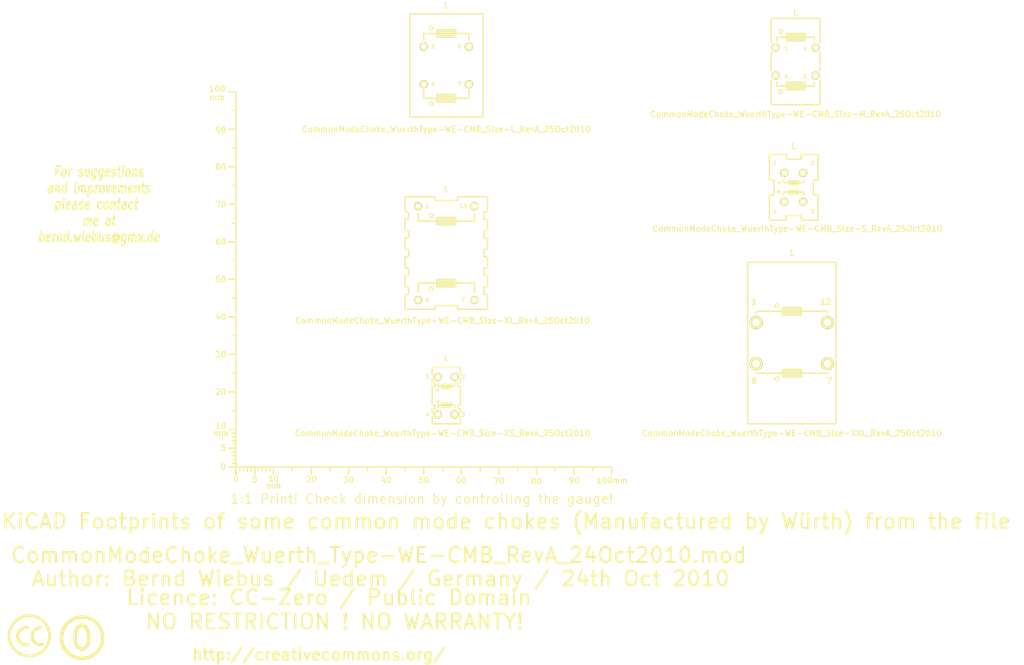
<source format=kicad_pcb>
(kicad_pcb (version 3) (host pcbnew "(2013-03-30 BZR 4007)-stable")

  (general
    (links 0)
    (no_connects 0)
    (area -16.90696 18.33214 285.62622 197.1694)
    (thickness 1.6002)
    (drawings 7)
    (tracks 0)
    (zones 0)
    (modules 9)
    (nets 1)
  )

  (page A4)
  (layers
    (15 Vorderseite signal)
    (0 Rückseite signal)
    (16 B.Adhes user)
    (17 F.Adhes user)
    (18 B.Paste user)
    (19 F.Paste user)
    (20 B.SilkS user)
    (21 F.SilkS user)
    (22 B.Mask user)
    (23 F.Mask user)
    (24 Dwgs.User user)
    (25 Cmts.User user)
    (26 Eco1.User user)
    (27 Eco2.User user)
    (28 Edge.Cuts user)
  )

  (setup
    (last_trace_width 0.2032)
    (trace_clearance 0.254)
    (zone_clearance 0.508)
    (zone_45_only no)
    (trace_min 0.2032)
    (segment_width 0.381)
    (edge_width 0.381)
    (via_size 0.889)
    (via_drill 0.635)
    (via_min_size 0.889)
    (via_min_drill 0.508)
    (uvia_size 0.508)
    (uvia_drill 0.127)
    (uvias_allowed no)
    (uvia_min_size 0.508)
    (uvia_min_drill 0.127)
    (pcb_text_width 0.3048)
    (pcb_text_size 1.524 2.032)
    (mod_edge_width 0.381)
    (mod_text_size 1.524 1.524)
    (mod_text_width 0.3048)
    (pad_size 1.524 1.524)
    (pad_drill 0.8128)
    (pad_to_mask_clearance 0.254)
    (aux_axis_origin 0 0)
    (visible_elements 7FFFFFFF)
    (pcbplotparams
      (layerselection 3178497)
      (usegerberextensions true)
      (excludeedgelayer true)
      (linewidth 60)
      (plotframeref false)
      (viasonmask false)
      (mode 1)
      (useauxorigin false)
      (hpglpennumber 1)
      (hpglpenspeed 20)
      (hpglpendiameter 15)
      (hpglpenoverlay 0)
      (psnegative false)
      (psa4output false)
      (plotreference true)
      (plotvalue true)
      (plotothertext true)
      (plotinvisibletext false)
      (padsonsilk false)
      (subtractmaskfromsilk false)
      (outputformat 1)
      (mirror false)
      (drillshape 1)
      (scaleselection 1)
      (outputdirectory ""))
  )

  (net 0 "")

  (net_class Default "Dies ist die voreingestellte Netzklasse."
    (clearance 0.254)
    (trace_width 0.2032)
    (via_dia 0.889)
    (via_drill 0.635)
    (uvia_dia 0.508)
    (uvia_drill 0.127)
    (add_net "")
  )

  (module Gauge_100mm_Type2_SilkScreenTop_RevA_Date22Jun2010 (layer Vorderseite) (tedit 4D963937) (tstamp 4D88F07A)
    (at 76 142.5)
    (descr "Gauge, Massstab, 100mm, SilkScreenTop, Type 2,")
    (tags "Gauge, Massstab, 100mm, SilkScreenTop, Type 2,")
    (path Gauge_100mm_Type2_SilkScreenTop_RevA_Date22Jun2010)
    (fp_text reference MSC (at 4.0005 8.99922) (layer F.SilkS) hide
      (effects (font (size 1.524 1.524) (thickness 0.3048)))
    )
    (fp_text value Gauge_100mm_Type2_SilkScreenTop_RevA_Date22Jun2010 (at 45.9994 8.99922) (layer F.SilkS) hide
      (effects (font (size 1.524 1.524) (thickness 0.3048)))
    )
    (fp_text user mm (at 9.99998 5.00126) (layer F.SilkS)
      (effects (font (size 1.524 1.524) (thickness 0.3048)))
    )
    (fp_text user mm (at -4.0005 -8.99922) (layer F.SilkS)
      (effects (font (size 1.524 1.524) (thickness 0.3048)))
    )
    (fp_text user mm (at -5.00126 -98.5012) (layer F.SilkS)
      (effects (font (size 1.524 1.524) (thickness 0.3048)))
    )
    (fp_text user 10 (at 10.00506 3.0988) (layer F.SilkS)
      (effects (font (size 1.50114 1.50114) (thickness 0.29972)))
    )
    (fp_text user 0 (at 0.00508 3.19786) (layer F.SilkS)
      (effects (font (size 1.39954 1.50114) (thickness 0.29972)))
    )
    (fp_text user 5 (at 5.0038 3.29946) (layer F.SilkS)
      (effects (font (size 1.50114 1.50114) (thickness 0.29972)))
    )
    (fp_text user 20 (at 20.1041 3.29946) (layer F.SilkS)
      (effects (font (size 1.50114 1.50114) (thickness 0.29972)))
    )
    (fp_text user 30 (at 30.00502 3.39852) (layer F.SilkS)
      (effects (font (size 1.50114 1.50114) (thickness 0.29972)))
    )
    (fp_text user 40 (at 40.005 3.50012) (layer F.SilkS)
      (effects (font (size 1.50114 1.50114) (thickness 0.29972)))
    )
    (fp_text user 50 (at 50.00498 3.50012) (layer F.SilkS)
      (effects (font (size 1.50114 1.50114) (thickness 0.29972)))
    )
    (fp_text user 60 (at 60.00496 3.50012) (layer F.SilkS)
      (effects (font (size 1.50114 1.50114) (thickness 0.29972)))
    )
    (fp_text user 70 (at 70.00494 3.70078) (layer F.SilkS)
      (effects (font (size 1.50114 1.50114) (thickness 0.29972)))
    )
    (fp_text user 80 (at 80.00492 3.79984) (layer F.SilkS)
      (effects (font (size 1.50114 1.50114) (thickness 0.29972)))
    )
    (fp_text user 90 (at 90.1065 3.60172) (layer F.SilkS)
      (effects (font (size 1.50114 1.50114) (thickness 0.29972)))
    )
    (fp_text user 100mm (at 100.10648 3.60172) (layer F.SilkS)
      (effects (font (size 1.50114 1.50114) (thickness 0.29972)))
    )
    (fp_line (start 0 -8.99922) (end -1.00076 -8.99922) (layer F.SilkS) (width 0.381))
    (fp_line (start 0 -8.001) (end -1.00076 -8.001) (layer F.SilkS) (width 0.381))
    (fp_line (start 0 -7.00024) (end -1.00076 -7.00024) (layer F.SilkS) (width 0.381))
    (fp_line (start 0 -5.99948) (end -1.00076 -5.99948) (layer F.SilkS) (width 0.381))
    (fp_line (start 0 -4.0005) (end -1.00076 -4.0005) (layer F.SilkS) (width 0.381))
    (fp_line (start 0 -2.99974) (end -1.00076 -2.99974) (layer F.SilkS) (width 0.381))
    (fp_line (start 0 -1.99898) (end -1.00076 -1.99898) (layer F.SilkS) (width 0.381))
    (fp_line (start 0 -1.00076) (end -1.00076 -1.00076) (layer F.SilkS) (width 0.381))
    (fp_line (start 0 0) (end -1.99898 0) (layer F.SilkS) (width 0.381))
    (fp_line (start 0 -5.00126) (end -1.99898 -5.00126) (layer F.SilkS) (width 0.381))
    (fp_line (start 0 -9.99998) (end -1.99898 -9.99998) (layer F.SilkS) (width 0.381))
    (fp_line (start 0 -15.00124) (end -1.00076 -15.00124) (layer F.SilkS) (width 0.381))
    (fp_line (start 0 -19.99996) (end -1.99898 -19.99996) (layer F.SilkS) (width 0.381))
    (fp_line (start 0 -25.00122) (end -1.00076 -25.00122) (layer F.SilkS) (width 0.381))
    (fp_line (start 0 -29.99994) (end -1.99898 -29.99994) (layer F.SilkS) (width 0.381))
    (fp_line (start 0 -35.0012) (end -1.00076 -35.0012) (layer F.SilkS) (width 0.381))
    (fp_line (start 0 -39.99992) (end -1.99898 -39.99992) (layer F.SilkS) (width 0.381))
    (fp_line (start 0 -45.00118) (end -1.00076 -45.00118) (layer F.SilkS) (width 0.381))
    (fp_line (start 0 -49.9999) (end -1.99898 -49.9999) (layer F.SilkS) (width 0.381))
    (fp_line (start 0 -55.00116) (end -1.00076 -55.00116) (layer F.SilkS) (width 0.381))
    (fp_line (start 0 -59.99988) (end -1.99898 -59.99988) (layer F.SilkS) (width 0.381))
    (fp_line (start 0 -65.00114) (end -1.00076 -65.00114) (layer F.SilkS) (width 0.381))
    (fp_line (start 0 -69.99986) (end -1.99898 -69.99986) (layer F.SilkS) (width 0.381))
    (fp_line (start 0 -75.00112) (end -1.00076 -75.00112) (layer F.SilkS) (width 0.381))
    (fp_line (start 0 -79.99984) (end -1.99898 -79.99984) (layer F.SilkS) (width 0.381))
    (fp_line (start 0 -85.0011) (end -1.00076 -85.0011) (layer F.SilkS) (width 0.381))
    (fp_line (start 0 -89.99982) (end -1.99898 -89.99982) (layer F.SilkS) (width 0.381))
    (fp_line (start 0 -95.00108) (end -1.00076 -95.00108) (layer F.SilkS) (width 0.381))
    (fp_line (start 0 0) (end 0 -99.9998) (layer F.SilkS) (width 0.381))
    (fp_line (start 0 -99.9998) (end -1.99898 -99.9998) (layer F.SilkS) (width 0.381))
    (fp_text user 100 (at -4.99872 -100.7491) (layer F.SilkS)
      (effects (font (size 1.50114 1.50114) (thickness 0.29972)))
    )
    (fp_text user 90 (at -4.0005 -89.7509) (layer F.SilkS)
      (effects (font (size 1.50114 1.50114) (thickness 0.29972)))
    )
    (fp_text user 80 (at -4.0005 -79.99984) (layer F.SilkS)
      (effects (font (size 1.50114 1.50114) (thickness 0.29972)))
    )
    (fp_text user 70 (at -4.0005 -69.99986) (layer F.SilkS)
      (effects (font (size 1.50114 1.50114) (thickness 0.29972)))
    )
    (fp_text user 60 (at -4.0005 -59.99988) (layer F.SilkS)
      (effects (font (size 1.50114 1.50114) (thickness 0.29972)))
    )
    (fp_text user 50 (at -4.0005 -49.9999) (layer F.SilkS)
      (effects (font (size 1.50114 1.50114) (thickness 0.34036)))
    )
    (fp_text user 40 (at -4.0005 -39.99992) (layer F.SilkS)
      (effects (font (size 1.50114 1.50114) (thickness 0.29972)))
    )
    (fp_text user 30 (at -4.0005 -29.99994) (layer F.SilkS)
      (effects (font (size 1.50114 1.50114) (thickness 0.29972)))
    )
    (fp_text user 20 (at -4.0005 -19.99996) (layer F.SilkS)
      (effects (font (size 1.50114 1.50114) (thickness 0.29972)))
    )
    (fp_line (start 95.00108 0) (end 95.00108 1.00076) (layer F.SilkS) (width 0.381))
    (fp_line (start 89.99982 0) (end 89.99982 1.99898) (layer F.SilkS) (width 0.381))
    (fp_line (start 85.0011 0) (end 85.0011 1.00076) (layer F.SilkS) (width 0.381))
    (fp_line (start 79.99984 0) (end 79.99984 1.99898) (layer F.SilkS) (width 0.381))
    (fp_line (start 75.00112 0) (end 75.00112 1.00076) (layer F.SilkS) (width 0.381))
    (fp_line (start 69.99986 0) (end 69.99986 1.99898) (layer F.SilkS) (width 0.381))
    (fp_line (start 65.00114 0) (end 65.00114 1.00076) (layer F.SilkS) (width 0.381))
    (fp_line (start 59.99988 0) (end 59.99988 1.99898) (layer F.SilkS) (width 0.381))
    (fp_line (start 55.00116 0) (end 55.00116 1.00076) (layer F.SilkS) (width 0.381))
    (fp_line (start 49.9999 0) (end 49.9999 1.99898) (layer F.SilkS) (width 0.381))
    (fp_line (start 45.00118 0) (end 45.00118 1.00076) (layer F.SilkS) (width 0.381))
    (fp_line (start 39.99992 0) (end 39.99992 1.99898) (layer F.SilkS) (width 0.381))
    (fp_line (start 35.0012 0) (end 35.0012 1.00076) (layer F.SilkS) (width 0.381))
    (fp_line (start 29.99994 0) (end 29.99994 1.99898) (layer F.SilkS) (width 0.381))
    (fp_line (start 25.00122 0) (end 25.00122 1.00076) (layer F.SilkS) (width 0.381))
    (fp_line (start 19.99996 0) (end 19.99996 1.99898) (layer F.SilkS) (width 0.381))
    (fp_line (start 15.00124 0) (end 15.00124 1.00076) (layer F.SilkS) (width 0.381))
    (fp_line (start 9.99998 0) (end 99.9998 0) (layer F.SilkS) (width 0.381))
    (fp_line (start 99.9998 0) (end 99.9998 1.99898) (layer F.SilkS) (width 0.381))
    (fp_text user 5 (at -3.302 -5.10286) (layer F.SilkS)
      (effects (font (size 1.50114 1.50114) (thickness 0.29972)))
    )
    (fp_text user 0 (at -3.4036 -0.10414) (layer F.SilkS)
      (effects (font (size 1.50114 1.50114) (thickness 0.29972)))
    )
    (fp_text user 10 (at -4.0005 -11.00074) (layer F.SilkS)
      (effects (font (size 1.50114 1.50114) (thickness 0.29972)))
    )
    (fp_line (start 8.99922 0) (end 8.99922 1.00076) (layer F.SilkS) (width 0.381))
    (fp_line (start 8.001 0) (end 8.001 1.00076) (layer F.SilkS) (width 0.381))
    (fp_line (start 7.00024 0) (end 7.00024 1.00076) (layer F.SilkS) (width 0.381))
    (fp_line (start 5.99948 0) (end 5.99948 1.00076) (layer F.SilkS) (width 0.381))
    (fp_line (start 4.0005 0) (end 4.0005 1.00076) (layer F.SilkS) (width 0.381))
    (fp_line (start 2.99974 0) (end 2.99974 1.00076) (layer F.SilkS) (width 0.381))
    (fp_line (start 1.99898 0) (end 1.99898 1.00076) (layer F.SilkS) (width 0.381))
    (fp_line (start 1.00076 0) (end 1.00076 1.00076) (layer F.SilkS) (width 0.381))
    (fp_line (start 5.00126 0) (end 5.00126 1.99898) (layer F.SilkS) (width 0.381))
    (fp_line (start 0 0) (end 0 1.99898) (layer F.SilkS) (width 0.381))
    (fp_line (start 0 0) (end 9.99998 0) (layer F.SilkS) (width 0.381))
    (fp_line (start 9.99998 0) (end 9.99998 1.99898) (layer F.SilkS) (width 0.381))
  )

  (module Symbol_CC-PublicDomain_SilkScreenTop_Big (layer Vorderseite) (tedit 515D641F) (tstamp 515F0B64)
    (at 35 188)
    (descr "Symbol, CC-PublicDomain, SilkScreen Top, Big,")
    (tags "Symbol, CC-PublicDomain, SilkScreen Top, Big,")
    (path Symbol_CC-Noncommercial_CopperTop_Big)
    (fp_text reference Sym (at 0.59944 -7.29996) (layer F.SilkS) hide
      (effects (font (size 1.524 1.524) (thickness 0.3048)))
    )
    (fp_text value Symbol_CC-PublicDomain_SilkScreenTop_Big (at 0.59944 8.001) (layer F.SilkS) hide
      (effects (font (size 1.524 1.524) (thickness 0.3048)))
    )
    (fp_circle (center 0 0) (end 5.8 -0.05) (layer F.SilkS) (width 0.381))
    (fp_circle (center 0 0) (end 5.5 0) (layer F.SilkS) (width 0.381))
    (fp_circle (center 0.05 0) (end 5.25 0) (layer F.SilkS) (width 0.381))
    (fp_line (start 1.1 -2.5) (end 1.4 -1.9) (layer F.SilkS) (width 0.381))
    (fp_line (start -1.8 1.2) (end -1.6 1.9) (layer F.SilkS) (width 0.381))
    (fp_line (start -1.6 1.9) (end -1.2 2.5) (layer F.SilkS) (width 0.381))
    (fp_line (start 0 -3) (end 0.75 -2.75) (layer F.SilkS) (width 0.381))
    (fp_line (start 0.75 -2.75) (end 1 -2.25) (layer F.SilkS) (width 0.381))
    (fp_line (start 1 -2.25) (end 1.5 -1) (layer F.SilkS) (width 0.381))
    (fp_line (start 1.5 -1) (end 1.5 -0.5) (layer F.SilkS) (width 0.381))
    (fp_line (start 1.5 -0.5) (end 1.5 0.5) (layer F.SilkS) (width 0.381))
    (fp_line (start 1.5 0.5) (end 1.25 1.5) (layer F.SilkS) (width 0.381))
    (fp_line (start 1.25 1.5) (end 0.75 2.5) (layer F.SilkS) (width 0.381))
    (fp_line (start 0.75 2.5) (end 0.25 2.75) (layer F.SilkS) (width 0.381))
    (fp_line (start 0.25 2.75) (end -0.25 2.75) (layer F.SilkS) (width 0.381))
    (fp_line (start -0.25 2.75) (end -0.75 2.5) (layer F.SilkS) (width 0.381))
    (fp_line (start -0.75 2.5) (end -1.25 1.75) (layer F.SilkS) (width 0.381))
    (fp_line (start -1.25 1.75) (end -1.5 0.75) (layer F.SilkS) (width 0.381))
    (fp_line (start -1.5 0.75) (end -1.5 -0.75) (layer F.SilkS) (width 0.381))
    (fp_line (start -1.5 -0.75) (end -1.25 -1.75) (layer F.SilkS) (width 0.381))
    (fp_line (start -1.25 -1.75) (end -1 -2.5) (layer F.SilkS) (width 0.381))
    (fp_line (start -1 -2.5) (end -0.3 -2.9) (layer F.SilkS) (width 0.381))
    (fp_line (start -0.3 -2.9) (end 0.2 -3) (layer F.SilkS) (width 0.381))
    (fp_line (start 0.2 -3) (end 0.8 -3) (layer F.SilkS) (width 0.381))
    (fp_line (start 0.8 -3) (end 1.4 -2.3) (layer F.SilkS) (width 0.381))
    (fp_line (start 1.4 -2.3) (end 1.6 -1.4) (layer F.SilkS) (width 0.381))
    (fp_line (start 1.6 -1.4) (end 1.7 -0.3) (layer F.SilkS) (width 0.381))
    (fp_line (start 1.7 -0.3) (end 1.7 0.9) (layer F.SilkS) (width 0.381))
    (fp_line (start 1.7 0.9) (end 1.4 1.8) (layer F.SilkS) (width 0.381))
    (fp_line (start 1.4 1.8) (end 1 2.7) (layer F.SilkS) (width 0.381))
    (fp_line (start 1 2.7) (end 0.5 3) (layer F.SilkS) (width 0.381))
    (fp_line (start 0.5 3) (end -0.4 3) (layer F.SilkS) (width 0.381))
    (fp_line (start -0.4 3) (end -1.3 2.3) (layer F.SilkS) (width 0.381))
    (fp_line (start -1.3 2.3) (end -1.7 1) (layer F.SilkS) (width 0.381))
    (fp_line (start -1.7 1) (end -1.8 -0.7) (layer F.SilkS) (width 0.381))
    (fp_line (start -1.8 -0.7) (end -1.4 -2.2) (layer F.SilkS) (width 0.381))
    (fp_line (start -1.4 -2.2) (end -1 -2.9) (layer F.SilkS) (width 0.381))
    (fp_line (start -1 -2.9) (end -0.2 -3.3) (layer F.SilkS) (width 0.381))
    (fp_line (start -0.2 -3.3) (end 0.7 -3.2) (layer F.SilkS) (width 0.381))
    (fp_line (start 0.7 -3.2) (end 1.3 -3.1) (layer F.SilkS) (width 0.381))
    (fp_line (start 1.3 -3.1) (end 1.7 -2.4) (layer F.SilkS) (width 0.381))
    (fp_line (start 1.7 -2.4) (end 2 -1.6) (layer F.SilkS) (width 0.381))
    (fp_line (start 2 -1.6) (end 2.1 -0.6) (layer F.SilkS) (width 0.381))
    (fp_line (start 2.1 -0.6) (end 2.1 0.3) (layer F.SilkS) (width 0.381))
    (fp_line (start 2.1 0.3) (end 2.1 1.3) (layer F.SilkS) (width 0.381))
    (fp_line (start 2.1 1.3) (end 1.9 1.8) (layer F.SilkS) (width 0.381))
    (fp_line (start 1.9 1.8) (end 1.5 2.6) (layer F.SilkS) (width 0.381))
    (fp_line (start 1.5 2.6) (end 1.1 3) (layer F.SilkS) (width 0.381))
    (fp_line (start 1.1 3) (end 0.4 3.3) (layer F.SilkS) (width 0.381))
    (fp_line (start 0.4 3.3) (end -0.1 3.4) (layer F.SilkS) (width 0.381))
    (fp_line (start -0.1 3.4) (end -0.8 3.2) (layer F.SilkS) (width 0.381))
    (fp_line (start -0.8 3.2) (end -1.5 2.6) (layer F.SilkS) (width 0.381))
    (fp_line (start -1.5 2.6) (end -1.9 1.7) (layer F.SilkS) (width 0.381))
    (fp_line (start -1.9 1.7) (end -2.1 0.4) (layer F.SilkS) (width 0.381))
    (fp_line (start -2.1 0.4) (end -2.1 -0.6) (layer F.SilkS) (width 0.381))
    (fp_line (start -2.1 -0.6) (end -2 -1.6) (layer F.SilkS) (width 0.381))
    (fp_line (start -2 -1.6) (end -1.7 -2.4) (layer F.SilkS) (width 0.381))
    (fp_line (start -1.7 -2.4) (end -1.2 -3.1) (layer F.SilkS) (width 0.381))
    (fp_line (start -1.2 -3.1) (end -0.4 -3.6) (layer F.SilkS) (width 0.381))
    (fp_line (start -0.4 -3.6) (end 0.4 -3.6) (layer F.SilkS) (width 0.381))
    (fp_line (start 0.4 -3.6) (end 1.1 -3.2) (layer F.SilkS) (width 0.381))
    (fp_line (start 1.1 -3.2) (end 1.1 -2.9) (layer F.SilkS) (width 0.381))
    (fp_line (start 1.1 -2.9) (end 1.8 -1.5) (layer F.SilkS) (width 0.381))
    (fp_line (start 1.8 -1.5) (end 1.8 -0.4) (layer F.SilkS) (width 0.381))
    (fp_line (start 1.8 -0.4) (end 1.8 1.1) (layer F.SilkS) (width 0.381))
    (fp_line (start 1.8 1.1) (end 1.2 2.6) (layer F.SilkS) (width 0.381))
    (fp_line (start 1.2 2.6) (end 0.2 3.2) (layer F.SilkS) (width 0.381))
    (fp_line (start 0.2 3.2) (end -0.5 3.2) (layer F.SilkS) (width 0.381))
    (fp_line (start -0.5 3.2) (end -1.1 2.7) (layer F.SilkS) (width 0.381))
    (fp_line (start -1.1 2.7) (end -1.9 0.6) (layer F.SilkS) (width 0.381))
    (fp_line (start -1.9 0.6) (end -1.7 -1.9) (layer F.SilkS) (width 0.381))
  )

  (module Symbol_CreativeCommons_SilkScreenTop_Type2_Big (layer Vorderseite) (tedit 515D640C) (tstamp 515F46B2)
    (at 21 187.5)
    (descr "Symbol, Creative Commons, SilkScreen Top, Type 2, Big,")
    (tags "Symbol, Creative Commons, SilkScreen Top, Type 2, Big,")
    (path Symbol_CreativeCommons_CopperTop_Type2_Big)
    (fp_text reference Sym (at 0.59944 -7.29996) (layer F.SilkS) hide
      (effects (font (size 1.524 1.524) (thickness 0.3048)))
    )
    (fp_text value Symbol_CreativeCommons_Typ2_SilkScreenTop_Big (at 0.59944 8.001) (layer F.SilkS) hide
      (effects (font (size 1.524 1.524) (thickness 0.3048)))
    )
    (fp_line (start -0.70104 2.70002) (end -0.29972 2.60096) (layer F.SilkS) (width 0.381))
    (fp_line (start -0.29972 2.60096) (end -0.20066 2.10058) (layer F.SilkS) (width 0.381))
    (fp_line (start -2.49936 -1.69926) (end -2.70002 -1.6002) (layer F.SilkS) (width 0.381))
    (fp_line (start -2.70002 -1.6002) (end -3.0988 -1.00076) (layer F.SilkS) (width 0.381))
    (fp_line (start -3.0988 -1.00076) (end -3.29946 -0.50038) (layer F.SilkS) (width 0.381))
    (fp_line (start -3.29946 -0.50038) (end -3.40106 0.39878) (layer F.SilkS) (width 0.381))
    (fp_line (start -3.40106 0.39878) (end -3.29946 0.89916) (layer F.SilkS) (width 0.381))
    (fp_line (start -0.19812 2.4003) (end -0.29718 2.59842) (layer F.SilkS) (width 0.381))
    (fp_line (start 3.70078 2.10058) (end 3.79984 2.4003) (layer F.SilkS) (width 0.381))
    (fp_line (start 2.99974 -2.4003) (end 3.29946 -2.30124) (layer F.SilkS) (width 0.381))
    (fp_line (start 3.29946 -2.30124) (end 3.0988 -1.99898) (layer F.SilkS) (width 0.381))
    (fp_line (start 0 -5.40004) (end -0.50038 -5.40004) (layer F.SilkS) (width 0.381))
    (fp_line (start -0.50038 -5.40004) (end -1.30048 -5.10032) (layer F.SilkS) (width 0.381))
    (fp_line (start -1.30048 -5.10032) (end -1.99898 -4.89966) (layer F.SilkS) (width 0.381))
    (fp_line (start -1.99898 -4.89966) (end -2.70002 -4.699) (layer F.SilkS) (width 0.381))
    (fp_line (start -2.70002 -4.699) (end -3.29946 -4.20116) (layer F.SilkS) (width 0.381))
    (fp_line (start -3.29946 -4.20116) (end -4.0005 -3.59918) (layer F.SilkS) (width 0.381))
    (fp_line (start -4.0005 -3.59918) (end -4.50088 -2.99974) (layer F.SilkS) (width 0.381))
    (fp_line (start -4.50088 -2.99974) (end -5.00126 -2.10058) (layer F.SilkS) (width 0.381))
    (fp_line (start -5.00126 -2.10058) (end -5.30098 -1.09982) (layer F.SilkS) (width 0.381))
    (fp_line (start -5.30098 -1.09982) (end -5.40004 0.09906) (layer F.SilkS) (width 0.381))
    (fp_line (start -5.40004 0.09906) (end -5.19938 1.30048) (layer F.SilkS) (width 0.381))
    (fp_line (start -5.19938 1.30048) (end -4.8006 2.4003) (layer F.SilkS) (width 0.381))
    (fp_line (start -4.8006 2.4003) (end -3.79984 3.8989) (layer F.SilkS) (width 0.381))
    (fp_line (start -3.79984 3.8989) (end -2.60096 4.8006) (layer F.SilkS) (width 0.381))
    (fp_line (start -2.60096 4.8006) (end -1.30048 5.30098) (layer F.SilkS) (width 0.381))
    (fp_line (start -1.30048 5.30098) (end 0.09906 5.30098) (layer F.SilkS) (width 0.381))
    (fp_line (start 0.09906 5.30098) (end 1.6002 5.19938) (layer F.SilkS) (width 0.381))
    (fp_line (start 1.6002 5.19938) (end 2.60096 4.699) (layer F.SilkS) (width 0.381))
    (fp_line (start 2.60096 4.699) (end 4.20116 3.40106) (layer F.SilkS) (width 0.381))
    (fp_line (start 4.20116 3.40106) (end 5.00126 1.80086) (layer F.SilkS) (width 0.381))
    (fp_line (start 5.00126 1.80086) (end 5.40004 0.29972) (layer F.SilkS) (width 0.381))
    (fp_line (start 5.40004 0.29972) (end 5.19938 -1.39954) (layer F.SilkS) (width 0.381))
    (fp_line (start 5.19938 -1.39954) (end 4.699 -2.49936) (layer F.SilkS) (width 0.381))
    (fp_line (start 4.699 -2.49936) (end 3.40106 -4.09956) (layer F.SilkS) (width 0.381))
    (fp_line (start 3.40106 -4.09956) (end 2.4003 -4.8006) (layer F.SilkS) (width 0.381))
    (fp_line (start 2.4003 -4.8006) (end 1.39954 -5.19938) (layer F.SilkS) (width 0.381))
    (fp_line (start 1.39954 -5.19938) (end 0 -5.30098) (layer F.SilkS) (width 0.381))
    (fp_line (start 0.60198 -0.70104) (end 0.50292 -0.20066) (layer F.SilkS) (width 0.381))
    (fp_line (start 0.50292 -0.20066) (end 0.50292 0.49784) (layer F.SilkS) (width 0.381))
    (fp_line (start 0.50292 0.49784) (end 0.60198 1.09982) (layer F.SilkS) (width 0.381))
    (fp_line (start 0.60198 1.09982) (end 1.00076 1.69926) (layer F.SilkS) (width 0.381))
    (fp_line (start 1.00076 1.69926) (end 1.50114 2.19964) (layer F.SilkS) (width 0.381))
    (fp_line (start 1.50114 2.19964) (end 2.10058 2.49936) (layer F.SilkS) (width 0.381))
    (fp_line (start 2.10058 2.49936) (end 2.60096 2.59842) (layer F.SilkS) (width 0.381))
    (fp_line (start 2.60096 2.59842) (end 3.00228 2.59842) (layer F.SilkS) (width 0.381))
    (fp_line (start 3.00228 2.59842) (end 3.40106 2.59842) (layer F.SilkS) (width 0.381))
    (fp_line (start 3.40106 2.59842) (end 3.80238 2.49936) (layer F.SilkS) (width 0.381))
    (fp_line (start 3.80238 2.49936) (end 3.70078 2.2987) (layer F.SilkS) (width 0.381))
    (fp_line (start 3.70078 2.2987) (end 2.80162 2.4003) (layer F.SilkS) (width 0.381))
    (fp_line (start 2.80162 2.4003) (end 1.80086 2.09804) (layer F.SilkS) (width 0.381))
    (fp_line (start 1.80086 2.09804) (end 1.20142 1.6002) (layer F.SilkS) (width 0.381))
    (fp_line (start 1.20142 1.6002) (end 0.80264 0.6985) (layer F.SilkS) (width 0.381))
    (fp_line (start 0.80264 0.6985) (end 0.70104 -0.29972) (layer F.SilkS) (width 0.381))
    (fp_line (start 0.70104 -0.29972) (end 1.00076 -1.00076) (layer F.SilkS) (width 0.381))
    (fp_line (start 1.00076 -1.00076) (end 1.60274 -1.7018) (layer F.SilkS) (width 0.381))
    (fp_line (start 1.60274 -1.7018) (end 2.30124 -2.10058) (layer F.SilkS) (width 0.381))
    (fp_line (start 2.30124 -2.10058) (end 3.00228 -2.10058) (layer F.SilkS) (width 0.381))
    (fp_line (start 3.00228 -2.10058) (end 3.10134 -1.89992) (layer F.SilkS) (width 0.381))
    (fp_line (start 3.10134 -1.89992) (end 2.5019 -1.89992) (layer F.SilkS) (width 0.381))
    (fp_line (start 2.5019 -1.89992) (end 1.80086 -1.6002) (layer F.SilkS) (width 0.381))
    (fp_line (start 1.80086 -1.6002) (end 1.30048 -1.00076) (layer F.SilkS) (width 0.381))
    (fp_line (start 1.30048 -1.00076) (end 1.00076 -0.40132) (layer F.SilkS) (width 0.381))
    (fp_line (start 1.00076 -0.40132) (end 1.00076 0.09906) (layer F.SilkS) (width 0.381))
    (fp_line (start 1.00076 0.09906) (end 1.00076 0.6985) (layer F.SilkS) (width 0.381))
    (fp_line (start 1.00076 0.6985) (end 1.30048 1.19888) (layer F.SilkS) (width 0.381))
    (fp_line (start 1.30048 1.19888) (end 1.7018 1.69926) (layer F.SilkS) (width 0.381))
    (fp_line (start 1.7018 1.69926) (end 2.30124 1.99898) (layer F.SilkS) (width 0.381))
    (fp_line (start 2.30124 1.99898) (end 2.90068 2.09804) (layer F.SilkS) (width 0.381))
    (fp_line (start 2.90068 2.09804) (end 3.40106 2.09804) (layer F.SilkS) (width 0.381))
    (fp_line (start 3.40106 2.09804) (end 3.70078 1.99898) (layer F.SilkS) (width 0.381))
    (fp_line (start 3.00228 -2.4003) (end 2.40284 -2.4003) (layer F.SilkS) (width 0.381))
    (fp_line (start 2.40284 -2.4003) (end 2.00152 -2.20218) (layer F.SilkS) (width 0.381))
    (fp_line (start 2.00152 -2.20218) (end 1.50114 -2.00152) (layer F.SilkS) (width 0.381))
    (fp_line (start 1.50114 -2.00152) (end 1.10236 -1.6002) (layer F.SilkS) (width 0.381))
    (fp_line (start 1.10236 -1.6002) (end 0.80264 -1.09982) (layer F.SilkS) (width 0.381))
    (fp_line (start 0.80264 -1.09982) (end 0.60198 -0.70104) (layer F.SilkS) (width 0.381))
    (fp_line (start -0.39878 -1.99898) (end -0.89916 -1.99898) (layer F.SilkS) (width 0.381))
    (fp_line (start -0.89916 -1.99898) (end -1.39954 -1.89738) (layer F.SilkS) (width 0.381))
    (fp_line (start -1.39954 -1.89738) (end -1.89992 -1.59766) (layer F.SilkS) (width 0.381))
    (fp_line (start -1.89992 -1.59766) (end -2.4003 -1.19888) (layer F.SilkS) (width 0.381))
    (fp_line (start -2.4003 -1.30048) (end -2.70002 -0.8001) (layer F.SilkS) (width 0.381))
    (fp_line (start -2.70002 -0.8001) (end -2.79908 -0.29972) (layer F.SilkS) (width 0.381))
    (fp_line (start -2.79908 -0.29972) (end -2.79908 0.20066) (layer F.SilkS) (width 0.381))
    (fp_line (start -2.79908 0.20066) (end -2.59842 1.00076) (layer F.SilkS) (width 0.381))
    (fp_line (start -2.69748 1.00076) (end -2.39776 1.39954) (layer F.SilkS) (width 0.381))
    (fp_line (start -2.29616 1.4986) (end -1.79578 1.89992) (layer F.SilkS) (width 0.381))
    (fp_line (start -1.79578 1.89992) (end -1.29794 2.09804) (layer F.SilkS) (width 0.381))
    (fp_line (start -1.29794 2.09804) (end -0.89662 2.19964) (layer F.SilkS) (width 0.381))
    (fp_line (start -0.89662 2.19964) (end -0.49784 2.19964) (layer F.SilkS) (width 0.381))
    (fp_line (start -0.49784 2.19964) (end -0.19812 2.09804) (layer F.SilkS) (width 0.381))
    (fp_line (start -0.19812 2.09804) (end -0.29718 2.4003) (layer F.SilkS) (width 0.381))
    (fp_line (start -0.29718 2.4003) (end -0.89662 2.49936) (layer F.SilkS) (width 0.381))
    (fp_line (start -0.89662 2.49936) (end -1.59766 2.2987) (layer F.SilkS) (width 0.381))
    (fp_line (start -1.59766 2.2987) (end -2.29616 1.79832) (layer F.SilkS) (width 0.381))
    (fp_line (start -2.29616 1.79832) (end -2.79654 1.29794) (layer F.SilkS) (width 0.381))
    (fp_line (start -2.79908 1.39954) (end -2.99974 0.70104) (layer F.SilkS) (width 0.381))
    (fp_line (start -2.99974 0.70104) (end -3.0988 0) (layer F.SilkS) (width 0.381))
    (fp_line (start -3.0988 0) (end -2.99974 -0.59944) (layer F.SilkS) (width 0.381))
    (fp_line (start -2.99974 -0.8001) (end -2.70002 -1.30048) (layer F.SilkS) (width 0.381))
    (fp_line (start -2.70002 -1.09982) (end -2.19964 -1.6002) (layer F.SilkS) (width 0.381))
    (fp_line (start -2.19964 -1.69926) (end -1.69926 -1.99898) (layer F.SilkS) (width 0.381))
    (fp_line (start -1.69926 -1.99898) (end -1.19888 -2.19964) (layer F.SilkS) (width 0.381))
    (fp_line (start -1.19888 -2.19964) (end -0.6985 -2.19964) (layer F.SilkS) (width 0.381))
    (fp_line (start -0.6985 -2.19964) (end -0.29972 -2.19964) (layer F.SilkS) (width 0.381))
    (fp_line (start -0.29972 -2.19964) (end -0.20066 -2.39776) (layer F.SilkS) (width 0.381))
    (fp_line (start -0.20066 -2.39776) (end -0.59944 -2.49936) (layer F.SilkS) (width 0.381))
    (fp_line (start -0.59944 -2.49936) (end -1.00076 -2.49936) (layer F.SilkS) (width 0.381))
    (fp_line (start -1.00076 -2.49936) (end -1.4986 -2.39776) (layer F.SilkS) (width 0.381))
    (fp_line (start -1.4986 -2.39776) (end -2.10058 -2.09804) (layer F.SilkS) (width 0.381))
    (fp_line (start -2.10058 -2.09804) (end -2.59842 -1.69926) (layer F.SilkS) (width 0.381))
    (fp_line (start -2.59842 -1.6002) (end -3.0988 -0.89916) (layer F.SilkS) (width 0.381))
    (fp_line (start -3.0988 -0.89916) (end -3.29946 -0.29972) (layer F.SilkS) (width 0.381))
    (fp_line (start -3.29946 -0.29972) (end -3.29946 0.40132) (layer F.SilkS) (width 0.381))
    (fp_line (start -3.29946 0.40132) (end -3.2004 1.00076) (layer F.SilkS) (width 0.381))
    (fp_line (start -3.29946 0.8001) (end -2.99974 1.39954) (layer F.SilkS) (width 0.381))
    (fp_line (start -2.89814 1.4986) (end -2.49682 1.99898) (layer F.SilkS) (width 0.381))
    (fp_line (start -2.49682 1.99898) (end -1.89738 2.4003) (layer F.SilkS) (width 0.381))
    (fp_line (start -1.89738 2.4003) (end -1.19634 2.59842) (layer F.SilkS) (width 0.381))
    (fp_line (start -1.19634 2.59842) (end -0.69596 2.70002) (layer F.SilkS) (width 0.381))
    (fp_line (start -2.9972 1.19888) (end -2.59842 1.19888) (layer F.SilkS) (width 0.381))
    (fp_circle (center 0 0) (end 5.08 1.016) (layer F.SilkS) (width 0.381))
    (fp_circle (center 0 0) (end 5.588 0) (layer F.SilkS) (width 0.381))
  )

  (module CommonModeChoke_WuerthType-WE-CMB_Size-L_RevA_25Oct2010 (layer Vorderseite) (tedit 515D94B3) (tstamp 515D95C1)
    (at 132 35.5)
    (descr "Wuerth, WE-CMB, Bauform L,")
    (tags "Common Mode Choke, Gleichtaktdrossel,")
    (fp_text reference L (at 0 -15.99946) (layer F.SilkS)
      (effects (font (size 1.524 1.524) (thickness 0.3048)))
    )
    (fp_text value CommonModeChoke_WuerthType-WE-CMB_Size-L_RevA_25Oct2010 (at 0 17.00022) (layer F.SilkS)
      (effects (font (size 1.524 1.524) (thickness 0.3048)))
    )
    (fp_text user 2 (at -3.50012 -5.00126) (layer F.SilkS)
      (effects (font (size 1.00076 1.00076) (thickness 0.25146)))
    )
    (fp_text user 9 (at 3.50012 -5.00126) (layer F.SilkS)
      (effects (font (size 1.00076 1.00076) (thickness 0.25146)))
    )
    (fp_text user 7 (at 3.50012 5.00126) (layer F.SilkS)
      (effects (font (size 1.00076 1.00076) (thickness 0.25146)))
    )
    (fp_text user 4 (at -3.50012 5.00126) (layer F.SilkS)
      (effects (font (size 1.00076 1.00076) (thickness 0.25146)))
    )
    (fp_line (start 5.00126 8.7503) (end 5.99948 8.7503) (layer F.SilkS) (width 0.381))
    (fp_line (start 5.99948 8.7503) (end 5.99948 6.74878) (layer F.SilkS) (width 0.381))
    (fp_line (start -5.00126 8.7503) (end -5.99948 8.7503) (layer F.SilkS) (width 0.381))
    (fp_line (start -5.99948 8.7503) (end -5.99948 6.74878) (layer F.SilkS) (width 0.381))
    (fp_line (start -5.00126 -8.49884) (end -5.99948 -8.49884) (layer F.SilkS) (width 0.381))
    (fp_line (start -5.99948 -8.49884) (end -5.99948 -6.74878) (layer F.SilkS) (width 0.381))
    (fp_line (start 5.00126 -8.49884) (end 5.99948 -8.49884) (layer F.SilkS) (width 0.381))
    (fp_line (start 5.99948 -8.49884) (end 5.99948 -6.74878) (layer F.SilkS) (width 0.381))
    (fp_line (start -9.75106 -13.74902) (end -9.75106 13.74902) (layer F.SilkS) (width 0.381))
    (fp_line (start 9.75106 -13.74902) (end -9.75106 -13.74902) (layer F.SilkS) (width 0.381))
    (fp_line (start 9.75106 -13.74902) (end 9.75106 13.74902) (layer F.SilkS) (width 0.381))
    (fp_line (start 9.75106 13.74902) (end -9.75106 13.74902) (layer F.SilkS) (width 0.381))
    (fp_circle (center -4.0005 10.2489) (end -3.50012 10.2489) (layer F.SilkS) (width 0.381))
    (fp_circle (center -4.0005 -10.00252) (end -3.50012 -10.00252) (layer F.SilkS) (width 0.381))
    (fp_line (start 2.49936 8.74776) (end -2.49936 8.74776) (layer F.SilkS) (width 0.381))
    (fp_line (start -2.49936 9.24814) (end 2.49936 9.24814) (layer F.SilkS) (width 0.381))
    (fp_line (start 2.49936 8.24738) (end -2.49936 8.24738) (layer F.SilkS) (width 0.381))
    (fp_line (start -5.00126 8.74776) (end -2.49936 8.74776) (layer F.SilkS) (width 0.381))
    (fp_line (start 5.00126 8.74776) (end 2.49936 8.74776) (layer F.SilkS) (width 0.381))
    (fp_line (start 2.49936 9.74852) (end -2.49936 9.74852) (layer F.SilkS) (width 0.381))
    (fp_line (start -2.49936 9.74852) (end -2.49936 7.747) (layer F.SilkS) (width 0.381))
    (fp_line (start -2.49936 7.747) (end 2.49936 7.747) (layer F.SilkS) (width 0.381))
    (fp_line (start 2.49936 7.747) (end 2.49936 9.74852) (layer F.SilkS) (width 0.381))
    (fp_line (start 2.49936 -8.50138) (end 5.00126 -8.50138) (layer F.SilkS) (width 0.381))
    (fp_line (start -2.49936 -8.001) (end 2.49936 -8.001) (layer F.SilkS) (width 0.381))
    (fp_line (start 2.49936 -9.00176) (end -2.49936 -9.00176) (layer F.SilkS) (width 0.381))
    (fp_line (start -2.49936 -8.50138) (end 2.49936 -8.50138) (layer F.SilkS) (width 0.381))
    (fp_line (start 0 -9.50214) (end 2.49936 -9.50214) (layer F.SilkS) (width 0.381))
    (fp_line (start 2.49936 -9.50214) (end 2.49936 -7.50062) (layer F.SilkS) (width 0.381))
    (fp_line (start 2.49936 -7.50062) (end -2.49936 -7.50062) (layer F.SilkS) (width 0.381))
    (fp_line (start -2.49936 -8.50138) (end -5.00126 -8.50138) (layer F.SilkS) (width 0.381))
    (fp_line (start -2.49936 -7.50062) (end -2.49936 -9.50214) (layer F.SilkS) (width 0.381))
    (fp_line (start -2.49936 -9.50214) (end 0 -9.50214) (layer F.SilkS) (width 0.381))
    (pad 4 thru_hole circle (at -5.99948 5.00126) (size 2.19964 2.19964) (drill 1.19888)
      (layers *.Cu *.Mask F.SilkS)
    )
    (pad 7 thru_hole circle (at 5.99948 5.00126) (size 2.19964 2.19964) (drill 1.19888)
      (layers *.Cu *.Mask F.SilkS)
    )
    (pad 9 thru_hole circle (at 5.99948 -5.00126) (size 2.19964 2.19964) (drill 1.19888)
      (layers *.Cu *.Mask F.SilkS)
    )
    (pad 2 thru_hole circle (at -5.99948 -5.00126) (size 2.19964 2.19964) (drill 1.19888)
      (layers *.Cu *.Mask F.SilkS)
    )
  )

  (module CommonModeChoke_WuerthType-WE-CMB_Size-M_RevA_25Oct2010 (layer Vorderseite) (tedit 515D94D0) (tstamp 515D97D7)
    (at 225 34.5)
    (descr "Wuerth, WE-CMB, Bauform M,")
    (tags "Common Mode Choke, Gleichtaktdrossel,")
    (fp_text reference L (at 0 -12.99972) (layer F.SilkS)
      (effects (font (size 1.524 1.524) (thickness 0.3048)))
    )
    (fp_text value CommonModeChoke_WuerthType-WE-CMB_Size-M_RevA_25Oct2010 (at 0 14.00048) (layer F.SilkS)
      (effects (font (size 1.524 1.524) (thickness 0.3048)))
    )
    (fp_text user 3 (at 2.49936 4.0005) (layer F.SilkS)
      (effects (font (size 1.00076 1.00076) (thickness 0.25146)))
    )
    (fp_text user 4 (at -2.49936 4.0005) (layer F.SilkS)
      (effects (font (size 1.00076 1.00076) (thickness 0.25146)))
    )
    (fp_text user 2 (at 2.49936 -3.50012) (layer F.SilkS)
      (effects (font (size 1.00076 1.00076) (thickness 0.25146)))
    )
    (fp_text user 1 (at -2.49936 -3.50012) (layer F.SilkS)
      (effects (font (size 1.00076 1.00076) (thickness 0.25146)))
    )
    (fp_circle (center -4.0005 8.001) (end -3.50012 8.001) (layer F.SilkS) (width 0.381))
    (fp_circle (center -4.0005 -8.001) (end -3.50012 -8.001) (layer F.SilkS) (width 0.381))
    (fp_line (start 2.49936 6.49986) (end -2.49936 6.49986) (layer F.SilkS) (width 0.381))
    (fp_line (start -2.49936 7.00024) (end 2.49936 7.00024) (layer F.SilkS) (width 0.381))
    (fp_line (start 2.49936 5.99948) (end -2.49936 5.99948) (layer F.SilkS) (width 0.381))
    (fp_line (start -5.00126 5.4991) (end -5.00126 6.49986) (layer F.SilkS) (width 0.381))
    (fp_line (start -5.00126 6.49986) (end -2.49936 6.49986) (layer F.SilkS) (width 0.381))
    (fp_line (start 5.00126 5.4991) (end 5.00126 6.49986) (layer F.SilkS) (width 0.381))
    (fp_line (start 5.00126 6.49986) (end 2.49936 6.49986) (layer F.SilkS) (width 0.381))
    (fp_line (start 2.49936 7.50062) (end -2.49936 7.50062) (layer F.SilkS) (width 0.381))
    (fp_line (start -2.49936 7.50062) (end -2.49936 5.4991) (layer F.SilkS) (width 0.381))
    (fp_line (start -2.49936 5.4991) (end 2.49936 5.4991) (layer F.SilkS) (width 0.381))
    (fp_line (start 2.49936 5.4991) (end 2.49936 7.50062) (layer F.SilkS) (width 0.381))
    (fp_line (start 2.49936 -6.49986) (end 5.00126 -6.49986) (layer F.SilkS) (width 0.381))
    (fp_line (start -2.49936 -5.99948) (end 2.49936 -5.99948) (layer F.SilkS) (width 0.381))
    (fp_line (start 2.49936 -7.00024) (end -2.49936 -7.00024) (layer F.SilkS) (width 0.381))
    (fp_line (start -2.49936 -6.49986) (end 2.49936 -6.49986) (layer F.SilkS) (width 0.381))
    (fp_line (start 0 -7.50062) (end 2.49936 -7.50062) (layer F.SilkS) (width 0.381))
    (fp_line (start 2.49936 -7.50062) (end 2.49936 -5.4991) (layer F.SilkS) (width 0.381))
    (fp_line (start 2.49936 -5.4991) (end -2.49936 -5.4991) (layer F.SilkS) (width 0.381))
    (fp_line (start -2.49936 -6.49986) (end -5.00126 -6.49986) (layer F.SilkS) (width 0.381))
    (fp_line (start -5.00126 -6.49986) (end -5.00126 -5.4991) (layer F.SilkS) (width 0.381))
    (fp_line (start 5.00126 -6.49986) (end 5.00126 -5.4991) (layer F.SilkS) (width 0.381))
    (fp_line (start -2.49936 -5.4991) (end -2.49936 -7.50062) (layer F.SilkS) (width 0.381))
    (fp_line (start -2.49936 -7.50062) (end 0 -7.50062) (layer F.SilkS) (width 0.381))
    (fp_line (start -6.49986 -5.00126) (end -6.49986 -11.50112) (layer F.SilkS) (width 0.381))
    (fp_line (start -6.49986 -11.50112) (end 6.49986 -11.50112) (layer F.SilkS) (width 0.381))
    (fp_line (start -6.49986 2.49936) (end -6.49986 -2.49936) (layer F.SilkS) (width 0.381))
    (fp_line (start 6.49986 5.00126) (end 6.49986 11.50112) (layer F.SilkS) (width 0.381))
    (fp_line (start 6.49986 11.50112) (end -6.49986 11.50112) (layer F.SilkS) (width 0.381))
    (fp_line (start -6.49986 11.50112) (end -6.49986 5.00126) (layer F.SilkS) (width 0.381))
    (fp_line (start 6.49986 -2.49936) (end 6.49986 2.49936) (layer F.SilkS) (width 0.381))
    (fp_line (start 6.49986 -11.50112) (end 6.49986 -5.00126) (layer F.SilkS) (width 0.381))
    (pad 4 thru_hole circle (at -5.34924 3.74904) (size 2.19964 2.19964) (drill 1.19888)
      (layers *.Cu *.Mask F.SilkS)
    )
    (pad 3 thru_hole circle (at 5.34924 3.74904) (size 2.19964 2.19964) (drill 1.19888)
      (layers *.Cu *.Mask F.SilkS)
    )
    (pad 2 thru_hole circle (at 5.34924 -3.74904) (size 2.19964 2.19964) (drill 1.19888)
      (layers *.Cu *.Mask F.SilkS)
    )
    (pad 1 thru_hole circle (at -5.34924 -3.74904) (size 2.19964 2.19964) (drill 1.19888)
      (layers *.Cu *.Mask F.SilkS)
    )
  )

  (module CommonModeChoke_WuerthType-WE-CMB_Size-S_RevA_25Oct2010 (layer Vorderseite) (tedit 515D94D9) (tstamp 515DA396)
    (at 224.5 68)
    (descr "Wuerth, WE-CMB, Bauform S,")
    (tags "Common Mode Choke, Gleichtaktdrossel,")
    (fp_text reference L (at 0 -11.00074) (layer F.SilkS)
      (effects (font (size 1.524 1.524) (thickness 0.3048)))
    )
    (fp_text value CommonModeChoke_WuerthType-WE-CMB_Size-S_RevA_25Oct2010 (at 1.00076 11.00074) (layer F.SilkS)
      (effects (font (size 1.524 1.524) (thickness 0.3048)))
    )
    (fp_text user 4 (at -5.00126 6.49986) (layer F.SilkS)
      (effects (font (size 1.00076 1.00076) (thickness 0.25146)))
    )
    (fp_text user 3 (at 5.00126 6.49986) (layer F.SilkS)
      (effects (font (size 1.00076 1.00076) (thickness 0.25146)))
    )
    (fp_text user 2 (at 5.00126 -6.49986) (layer F.SilkS)
      (effects (font (size 1.00076 1.00076) (thickness 0.25146)))
    )
    (fp_text user 1 (at -5.00126 -6.49986) (layer F.SilkS)
      (effects (font (size 1.00076 1.00076) (thickness 0.25146)))
    )
    (fp_line (start 1.24968 1.50114) (end -1.24968 1.50114) (layer F.SilkS) (width 0.381))
    (fp_line (start -1.24968 1.00076) (end 1.00076 1.00076) (layer F.SilkS) (width 0.381))
    (fp_line (start 1.24968 1.24968) (end -1.24968 1.24968) (layer F.SilkS) (width 0.381))
    (fp_line (start -1.24968 -1.00076) (end 1.24968 -1.00076) (layer F.SilkS) (width 0.381))
    (fp_line (start 1.00076 -1.50114) (end -1.00076 -1.50114) (layer F.SilkS) (width 0.381))
    (fp_line (start 1.00076 -1.24968) (end -1.24968 -1.24968) (layer F.SilkS) (width 0.381))
    (fp_line (start -1.24968 -1.24968) (end -2.75082 -1.24968) (layer F.SilkS) (width 0.381))
    (fp_line (start -2.75082 -1.24968) (end -2.75082 -1.99898) (layer F.SilkS) (width 0.381))
    (fp_line (start -1.24968 1.24968) (end -2.75082 1.24968) (layer F.SilkS) (width 0.381))
    (fp_line (start -2.75082 1.24968) (end -2.75082 1.99898) (layer F.SilkS) (width 0.381))
    (fp_line (start 1.24968 1.24968) (end 2.75082 1.24968) (layer F.SilkS) (width 0.381))
    (fp_line (start 2.75082 1.24968) (end 2.75082 1.99898) (layer F.SilkS) (width 0.381))
    (fp_line (start 1.24968 -1.24968) (end 2.75082 -1.24968) (layer F.SilkS) (width 0.381))
    (fp_line (start 2.75082 -1.24968) (end 2.75082 -1.99898) (layer F.SilkS) (width 0.381))
    (fp_line (start 1.24968 0.7493) (end 1.24968 1.75006) (layer F.SilkS) (width 0.381))
    (fp_line (start 1.24968 1.75006) (end -1.24968 1.75006) (layer F.SilkS) (width 0.381))
    (fp_line (start -1.24968 1.75006) (end -1.24968 0.7493) (layer F.SilkS) (width 0.381))
    (fp_line (start -1.24968 0.7493) (end 1.24968 0.7493) (layer F.SilkS) (width 0.381))
    (fp_line (start 1.24968 -0.7493) (end -1.24968 -0.7493) (layer F.SilkS) (width 0.381))
    (fp_line (start -1.24968 -0.7493) (end -1.24968 -1.75006) (layer F.SilkS) (width 0.381))
    (fp_line (start -1.24968 -1.75006) (end 0 -1.75006) (layer F.SilkS) (width 0.381))
    (fp_line (start 1.24968 -1.75006) (end 1.24968 -0.7493) (layer F.SilkS) (width 0.381))
    (fp_line (start 0 -1.75006) (end 1.24968 -1.75006) (layer F.SilkS) (width 0.381))
    (fp_line (start 6.49986 -8.7503) (end 1.99898 -8.7503) (layer F.SilkS) (width 0.381))
    (fp_line (start 1.99898 -8.7503) (end 1.99898 -7.50062) (layer F.SilkS) (width 0.381))
    (fp_line (start 1.99898 -7.50062) (end -1.99898 -7.50062) (layer F.SilkS) (width 0.381))
    (fp_line (start -1.99898 -7.50062) (end -1.99898 -8.7503) (layer F.SilkS) (width 0.381))
    (fp_line (start -1.99898 -8.7503) (end -6.49986 -8.7503) (layer F.SilkS) (width 0.381))
    (fp_line (start -6.49986 -8.7503) (end -6.49986 -1.99898) (layer F.SilkS) (width 0.381))
    (fp_line (start -6.49986 -1.99898) (end -5.25018 -1.99898) (layer F.SilkS) (width 0.381))
    (fp_line (start -5.25018 -1.99898) (end -5.25018 1.99898) (layer F.SilkS) (width 0.381))
    (fp_line (start -5.25018 1.99898) (end -6.49986 1.99898) (layer F.SilkS) (width 0.381))
    (fp_line (start -6.49986 1.99898) (end -6.49986 8.7503) (layer F.SilkS) (width 0.381))
    (fp_line (start -6.49986 8.7503) (end -1.99898 8.7503) (layer F.SilkS) (width 0.381))
    (fp_line (start -1.99898 8.7503) (end -1.99898 7.50062) (layer F.SilkS) (width 0.381))
    (fp_line (start -1.99898 7.50062) (end 1.99898 7.50062) (layer F.SilkS) (width 0.381))
    (fp_line (start 1.99898 7.50062) (end 1.99898 8.7503) (layer F.SilkS) (width 0.381))
    (fp_line (start 1.99898 8.7503) (end 6.49986 8.7503) (layer F.SilkS) (width 0.381))
    (fp_line (start 6.49986 8.7503) (end 6.49986 1.99898) (layer F.SilkS) (width 0.381))
    (fp_line (start 6.49986 1.99898) (end 5.25018 1.99898) (layer F.SilkS) (width 0.381))
    (fp_line (start 5.25018 1.99898) (end 5.25018 -1.99898) (layer F.SilkS) (width 0.381))
    (fp_line (start 5.25018 -1.99898) (end 6.49986 -1.99898) (layer F.SilkS) (width 0.381))
    (fp_line (start 6.49986 -1.99898) (end 6.49986 -8.7503) (layer F.SilkS) (width 0.381))
    (fp_circle (center -4.0005 1.24968) (end -4.0005 0.99822) (layer F.SilkS) (width 0.381))
    (fp_circle (center -3.75158 -1.24968) (end -3.50266 -1.24968) (layer F.SilkS) (width 0.381))
    (pad 4 thru_hole circle (at -2.49936 3.85064) (size 2.19964 2.19964) (drill 1.19888)
      (layers *.Cu *.Mask F.SilkS)
    )
    (pad 3 thru_hole circle (at 2.49936 3.85064) (size 2.19964 2.19964) (drill 1.19888)
      (layers *.Cu *.Mask F.SilkS)
    )
    (pad 2 thru_hole circle (at 2.49936 -3.85064) (size 2.19964 2.19964) (drill 1.19888)
      (layers *.Cu *.Mask F.SilkS)
    )
    (pad 1 thru_hole circle (at -2.49936 -3.85064) (size 2.19964 2.19964) (drill 1.19888)
      (layers *.Cu *.Mask F.SilkS)
    )
  )

  (module CommonModeChoke_WuerthType-WE-CMB_Size-XL_RevA_25Oct2010 (layer Vorderseite) (tedit 515D94C0) (tstamp 515D9C9F)
    (at 132 85.5)
    (descr "Wuerth, WE-CMB, Bauform XL,")
    (tags "Common Mode Choke, Gleichtaktdrossel,")
    (fp_text reference L (at 0 -17.00022) (layer F.SilkS)
      (effects (font (size 1.524 1.524) (thickness 0.3048)))
    )
    (fp_text value CommonModeChoke_WuerthType-WE-CMB_Size-XL_RevA_25Oct2010 (at -1.00076 18.00098) (layer F.SilkS)
      (effects (font (size 1.524 1.524) (thickness 0.3048)))
    )
    (fp_text user 7 (at 4.50088 12.49934) (layer F.SilkS)
      (effects (font (size 1.00076 1.00076) (thickness 0.25146)))
    )
    (fp_text user 6 (at -5.00126 12.49934) (layer F.SilkS)
      (effects (font (size 1.00076 1.00076) (thickness 0.25146)))
    )
    (fp_text user 12 (at 4.50088 -12.49934) (layer F.SilkS)
      (effects (font (size 1.00076 1.00076) (thickness 0.25146)))
    )
    (fp_text user 1 (at -5.00126 -12.49934) (layer F.SilkS)
      (effects (font (size 1.00076 1.00076) (thickness 0.25146)))
    )
    (fp_line (start -7.50062 8.001) (end -7.50062 10.50036) (layer F.SilkS) (width 0.381))
    (fp_line (start -5.99948 8.001) (end -7.50062 8.001) (layer F.SilkS) (width 0.381))
    (fp_line (start 7.50062 8.001) (end 7.50062 10.50036) (layer F.SilkS) (width 0.381))
    (fp_line (start 5.00126 8.001) (end 7.50062 8.001) (layer F.SilkS) (width 0.381))
    (fp_line (start -5.99948 -8.49884) (end -7.50062 -8.49884) (layer F.SilkS) (width 0.381))
    (fp_line (start -7.50062 -8.49884) (end -7.50062 -10.50036) (layer F.SilkS) (width 0.381))
    (fp_line (start 5.99948 -8.49884) (end 7.50062 -8.49884) (layer F.SilkS) (width 0.381))
    (fp_line (start 7.50062 -8.49884) (end 7.50062 -10.50036) (layer F.SilkS) (width 0.381))
    (fp_line (start -11.00074 -15.00124) (end -11.00074 -11.00074) (layer F.SilkS) (width 0.381))
    (fp_line (start -11.00074 -11.00074) (end -9.99998 -11.00074) (layer F.SilkS) (width 0.381))
    (fp_line (start -9.99998 -11.00074) (end -9.99998 -9.4996) (layer F.SilkS) (width 0.381))
    (fp_line (start -9.99998 -9.4996) (end -9.99998 -8.99922) (layer F.SilkS) (width 0.381))
    (fp_line (start -9.99998 -8.99922) (end -11.00074 -8.99922) (layer F.SilkS) (width 0.381))
    (fp_line (start -11.00074 -8.99922) (end -11.00074 -5.99948) (layer F.SilkS) (width 0.381))
    (fp_line (start -11.00074 -5.99948) (end -9.99998 -5.99948) (layer F.SilkS) (width 0.381))
    (fp_line (start -9.99998 -5.99948) (end -9.99998 -4.0005) (layer F.SilkS) (width 0.381))
    (fp_line (start -9.99998 -4.0005) (end -11.00074 -4.0005) (layer F.SilkS) (width 0.381))
    (fp_line (start -11.00074 -4.0005) (end -11.00074 -1.00076) (layer F.SilkS) (width 0.381))
    (fp_line (start -11.00074 -1.00076) (end -9.99998 -1.00076) (layer F.SilkS) (width 0.381))
    (fp_line (start -9.99998 -1.00076) (end -9.99998 1.00076) (layer F.SilkS) (width 0.381))
    (fp_line (start -9.99998 1.00076) (end -11.00074 1.00076) (layer F.SilkS) (width 0.381))
    (fp_line (start -11.00074 1.00076) (end -11.00074 4.0005) (layer F.SilkS) (width 0.381))
    (fp_line (start -11.00074 4.0005) (end -9.99998 4.0005) (layer F.SilkS) (width 0.381))
    (fp_line (start -9.99998 4.0005) (end -9.99998 5.99948) (layer F.SilkS) (width 0.381))
    (fp_line (start -9.99998 5.99948) (end -11.00074 5.99948) (layer F.SilkS) (width 0.381))
    (fp_line (start -11.00074 5.99948) (end -11.00074 8.99922) (layer F.SilkS) (width 0.381))
    (fp_line (start -11.00074 8.99922) (end -9.99998 8.99922) (layer F.SilkS) (width 0.381))
    (fp_line (start -9.99998 8.99922) (end -9.99998 11.00074) (layer F.SilkS) (width 0.381))
    (fp_line (start -9.99998 11.00074) (end -11.00074 11.00074) (layer F.SilkS) (width 0.381))
    (fp_line (start -11.00074 11.00074) (end -11.00074 15.00124) (layer F.SilkS) (width 0.381))
    (fp_line (start 11.00074 -5.99948) (end 11.00074 -8.99922) (layer F.SilkS) (width 0.381))
    (fp_line (start 11.00074 -8.99922) (end 9.99998 -8.99922) (layer F.SilkS) (width 0.381))
    (fp_line (start 9.99998 -8.99922) (end 9.99998 -11.00074) (layer F.SilkS) (width 0.381))
    (fp_line (start 9.99998 -11.00074) (end 11.00074 -11.00074) (layer F.SilkS) (width 0.381))
    (fp_line (start 11.00074 -11.00074) (end 11.00074 -15.00124) (layer F.SilkS) (width 0.381))
    (fp_line (start 11.00074 -3.50012) (end 11.00074 -4.0005) (layer F.SilkS) (width 0.381))
    (fp_line (start 11.00074 -4.0005) (end 9.99998 -4.0005) (layer F.SilkS) (width 0.381))
    (fp_line (start 9.99998 -4.0005) (end 9.99998 -5.99948) (layer F.SilkS) (width 0.381))
    (fp_line (start 9.99998 -5.99948) (end 11.00074 -5.99948) (layer F.SilkS) (width 0.381))
    (fp_line (start 11.00074 -1.00076) (end 11.00074 -3.50012) (layer F.SilkS) (width 0.381))
    (fp_line (start 9.99998 0) (end 9.99998 -1.00076) (layer F.SilkS) (width 0.381))
    (fp_line (start 9.99998 -1.00076) (end 11.00074 -1.00076) (layer F.SilkS) (width 0.381))
    (fp_line (start 9.99998 0) (end 9.99998 1.00076) (layer F.SilkS) (width 0.381))
    (fp_line (start 9.99998 1.00076) (end 11.00074 1.00076) (layer F.SilkS) (width 0.381))
    (fp_line (start 11.00074 1.00076) (end 11.00074 4.0005) (layer F.SilkS) (width 0.381))
    (fp_line (start 11.00074 4.0005) (end 9.99998 4.0005) (layer F.SilkS) (width 0.381))
    (fp_line (start 9.99998 4.0005) (end 9.99998 5.99948) (layer F.SilkS) (width 0.381))
    (fp_line (start 9.99998 5.99948) (end 11.00074 5.99948) (layer F.SilkS) (width 0.381))
    (fp_line (start 11.00074 5.99948) (end 11.00074 8.99922) (layer F.SilkS) (width 0.381))
    (fp_line (start 11.00074 8.99922) (end 9.99998 8.99922) (layer F.SilkS) (width 0.381))
    (fp_line (start 9.99998 8.99922) (end 9.99998 11.00074) (layer F.SilkS) (width 0.381))
    (fp_line (start 9.99998 11.00074) (end 11.00074 11.00074) (layer F.SilkS) (width 0.381))
    (fp_line (start 11.00074 11.00074) (end 11.00074 15.00124) (layer F.SilkS) (width 0.381))
    (fp_line (start 11.00074 15.00124) (end 2.99974 15.00124) (layer F.SilkS) (width 0.381))
    (fp_line (start 2.99974 15.00124) (end 2.99974 14.00048) (layer F.SilkS) (width 0.381))
    (fp_line (start 2.99974 14.00048) (end -2.99974 14.00048) (layer F.SilkS) (width 0.381))
    (fp_line (start -2.99974 14.00048) (end -2.99974 15.00124) (layer F.SilkS) (width 0.381))
    (fp_line (start -2.99974 15.00124) (end -11.00074 15.00124) (layer F.SilkS) (width 0.381))
    (fp_line (start 11.00074 -15.00124) (end 2.99974 -15.00124) (layer F.SilkS) (width 0.381))
    (fp_line (start 2.99974 -15.00124) (end 2.99974 -14.00048) (layer F.SilkS) (width 0.381))
    (fp_line (start 2.99974 -14.00048) (end -2.99974 -14.00048) (layer F.SilkS) (width 0.381))
    (fp_line (start -2.99974 -14.00048) (end -2.99974 -15.00124) (layer F.SilkS) (width 0.381))
    (fp_line (start -2.99974 -15.00124) (end -11.00074 -15.00124) (layer F.SilkS) (width 0.381))
    (fp_line (start -5.00126 8.001) (end -5.99948 8.001) (layer F.SilkS) (width 0.381))
    (fp_line (start -5.00126 -8.49884) (end -5.99948 -8.49884) (layer F.SilkS) (width 0.381))
    (fp_line (start 5.00126 -8.49884) (end 5.99948 -8.49884) (layer F.SilkS) (width 0.381))
    (fp_circle (center -4.0005 9.4996) (end -3.50012 9.4996) (layer F.SilkS) (width 0.381))
    (fp_circle (center -4.0005 -10.00252) (end -3.50012 -10.00252) (layer F.SilkS) (width 0.381))
    (fp_line (start 2.49936 7.99846) (end -2.49936 7.99846) (layer F.SilkS) (width 0.381))
    (fp_line (start -2.49936 8.49884) (end 2.49936 8.49884) (layer F.SilkS) (width 0.381))
    (fp_line (start 2.49936 7.49808) (end -2.49936 7.49808) (layer F.SilkS) (width 0.381))
    (fp_line (start -5.00126 7.99846) (end -2.49936 7.99846) (layer F.SilkS) (width 0.381))
    (fp_line (start 5.00126 7.99846) (end 2.49936 7.99846) (layer F.SilkS) (width 0.381))
    (fp_line (start 2.49936 8.99922) (end -2.49936 8.99922) (layer F.SilkS) (width 0.381))
    (fp_line (start -2.49936 8.99922) (end -2.49936 6.9977) (layer F.SilkS) (width 0.381))
    (fp_line (start -2.49936 6.9977) (end 2.49936 6.9977) (layer F.SilkS) (width 0.381))
    (fp_line (start 2.49936 6.9977) (end 2.49936 8.99922) (layer F.SilkS) (width 0.381))
    (fp_line (start 2.49936 -8.50138) (end 5.00126 -8.50138) (layer F.SilkS) (width 0.381))
    (fp_line (start -2.49936 -8.001) (end 2.49936 -8.001) (layer F.SilkS) (width 0.381))
    (fp_line (start 2.49936 -9.00176) (end -2.49936 -9.00176) (layer F.SilkS) (width 0.381))
    (fp_line (start -2.49936 -8.50138) (end 2.49936 -8.50138) (layer F.SilkS) (width 0.381))
    (fp_line (start 0 -9.50214) (end 2.49936 -9.50214) (layer F.SilkS) (width 0.381))
    (fp_line (start 2.49936 -9.50214) (end 2.49936 -7.50062) (layer F.SilkS) (width 0.381))
    (fp_line (start 2.49936 -7.50062) (end -2.49936 -7.50062) (layer F.SilkS) (width 0.381))
    (fp_line (start -2.49936 -8.50138) (end -5.00126 -8.50138) (layer F.SilkS) (width 0.381))
    (fp_line (start -2.49936 -7.50062) (end -2.49936 -9.50214) (layer F.SilkS) (width 0.381))
    (fp_line (start -2.49936 -9.50214) (end 0 -9.50214) (layer F.SilkS) (width 0.381))
    (pad 6 thru_hole circle (at -7.50062 12.49934) (size 2.19964 2.19964) (drill 1.19888)
      (layers *.Cu *.Mask F.SilkS)
    )
    (pad 7 thru_hole circle (at 7.50062 12.49934) (size 2.19964 2.19964) (drill 1.19888)
      (layers *.Cu *.Mask F.SilkS)
    )
    (pad 12 thru_hole circle (at 7.50062 -12.49934) (size 2.19964 2.19964) (drill 1.19888)
      (layers *.Cu *.Mask F.SilkS)
    )
    (pad 1 thru_hole circle (at -7.50062 -12.49934) (size 2.19964 2.19964) (drill 1.19888)
      (layers *.Cu *.Mask F.SilkS)
    )
  )

  (module CommonModeChoke_WuerthType-WE-CMB_Size-XS_RevA_25Oct2010 (layer Vorderseite) (tedit 515D94C9) (tstamp 515D9F49)
    (at 132 123.5)
    (descr "Wuerth, WE-CMB, Bauform XS,")
    (tags "Common Mode Choke, Gleichtaktdrossel,")
    (fp_text reference L (at 0 -9.99998) (layer F.SilkS)
      (effects (font (size 1.524 1.524) (thickness 0.3048)))
    )
    (fp_text value CommonModeChoke_WuerthType-WE-CMB_Size-XS_RevA_25Oct2010 (at -1.00076 9.99998) (layer F.SilkS)
      (effects (font (size 1.524 1.524) (thickness 0.3048)))
    )
    (fp_text user 4 (at -5.00126 5.00126) (layer F.SilkS)
      (effects (font (size 1.00076 1.00076) (thickness 0.25146)))
    )
    (fp_text user 3 (at 4.50088 5.00126) (layer F.SilkS)
      (effects (font (size 1.00076 1.00076) (thickness 0.25146)))
    )
    (fp_text user 2 (at 4.50088 -5.00126) (layer F.SilkS)
      (effects (font (size 1.00076 1.00076) (thickness 0.25146)))
    )
    (fp_text user 1 (at -5.00126 -5.00126) (layer F.SilkS)
      (effects (font (size 1.00076 1.00076) (thickness 0.25146)))
    )
    (fp_line (start 1.24968 2.75082) (end -1.00076 2.75082) (layer F.SilkS) (width 0.381))
    (fp_line (start 1.24968 2.25044) (end -1.24968 2.25044) (layer F.SilkS) (width 0.381))
    (fp_line (start 1.24968 2.49936) (end -1.24968 2.49936) (layer F.SilkS) (width 0.381))
    (fp_line (start 1.24968 -2.49936) (end -1.24968 -2.49936) (layer F.SilkS) (width 0.381))
    (fp_line (start -1.24968 -2.25044) (end 1.24968 -2.25044) (layer F.SilkS) (width 0.381))
    (fp_line (start 1.24968 -2.75082) (end -1.24968 -2.75082) (layer F.SilkS) (width 0.381))
    (fp_line (start -1.24968 -2.75082) (end -1.24968 -2.49936) (layer F.SilkS) (width 0.381))
    (fp_circle (center -2.25044 1.50114) (end -2.25044 1.24968) (layer F.SilkS) (width 0.381))
    (fp_circle (center -2.25044 -1.50114) (end -2.00152 -1.50114) (layer F.SilkS) (width 0.381))
    (fp_line (start -2.25044 2.49936) (end -2.25044 3.2512) (layer F.SilkS) (width 0.381))
    (fp_line (start -1.24968 2.49936) (end -2.25044 2.49936) (layer F.SilkS) (width 0.381))
    (fp_line (start 1.24968 2.49936) (end 2.25044 2.49936) (layer F.SilkS) (width 0.381))
    (fp_line (start 2.25044 2.49936) (end 2.25044 3.2512) (layer F.SilkS) (width 0.381))
    (fp_line (start 0 2.99974) (end 1.24968 2.99974) (layer F.SilkS) (width 0.381))
    (fp_line (start 1.24968 2.99974) (end 1.24968 1.99898) (layer F.SilkS) (width 0.381))
    (fp_line (start 1.24968 1.99898) (end -1.00076 1.99898) (layer F.SilkS) (width 0.381))
    (fp_line (start -1.00076 1.99898) (end -1.24968 1.99898) (layer F.SilkS) (width 0.381))
    (fp_line (start -1.24968 1.99898) (end -1.24968 2.99974) (layer F.SilkS) (width 0.381))
    (fp_line (start -1.24968 2.99974) (end 0 2.99974) (layer F.SilkS) (width 0.381))
    (fp_line (start -1.24968 -2.49936) (end -2.25044 -2.49936) (layer F.SilkS) (width 0.381))
    (fp_line (start -2.25044 -2.49936) (end -2.25044 -3.2512) (layer F.SilkS) (width 0.381))
    (fp_line (start 2.25044 -2.49936) (end 2.25044 -3.2512) (layer F.SilkS) (width 0.381))
    (fp_line (start 1.24968 -2.49936) (end 2.25044 -2.49936) (layer F.SilkS) (width 0.381))
    (fp_line (start 0 -2.99974) (end 1.24968 -2.99974) (layer F.SilkS) (width 0.381))
    (fp_line (start 1.24968 -2.99974) (end 1.24968 -1.99898) (layer F.SilkS) (width 0.381))
    (fp_line (start 1.24968 -1.99898) (end -1.24968 -1.99898) (layer F.SilkS) (width 0.381))
    (fp_line (start -1.24968 -1.99898) (end -1.24968 -2.99974) (layer F.SilkS) (width 0.381))
    (fp_line (start -1.24968 -2.99974) (end 0 -2.99974) (layer F.SilkS) (width 0.381))
    (fp_line (start -3.74904 -5.4991) (end -3.74904 -7.50062) (layer F.SilkS) (width 0.381))
    (fp_line (start -3.74904 4.50088) (end -3.74904 3.50012) (layer F.SilkS) (width 0.381))
    (fp_line (start -3.74904 3.50012) (end -2.99974 3.50012) (layer F.SilkS) (width 0.381))
    (fp_line (start -2.99974 3.50012) (end -2.99974 2.49936) (layer F.SilkS) (width 0.381))
    (fp_line (start -2.99974 2.49936) (end -3.74904 2.49936) (layer F.SilkS) (width 0.381))
    (fp_line (start -3.74904 2.49936) (end -3.74904 -2.49936) (layer F.SilkS) (width 0.381))
    (fp_line (start -3.74904 -2.49936) (end -2.99974 -2.49936) (layer F.SilkS) (width 0.381))
    (fp_line (start -2.99974 -2.49936) (end -2.99974 -3.50012) (layer F.SilkS) (width 0.381))
    (fp_line (start -2.99974 -3.50012) (end -3.74904 -3.50012) (layer F.SilkS) (width 0.381))
    (fp_line (start -3.74904 -3.50012) (end -3.74904 -4.50088) (layer F.SilkS) (width 0.381))
    (fp_line (start -3.74904 7.50062) (end -3.74904 5.4991) (layer F.SilkS) (width 0.381))
    (fp_line (start 3.74904 5.4991) (end 3.74904 7.50062) (layer F.SilkS) (width 0.381))
    (fp_line (start 3.74904 -2.49936) (end 3.74904 2.49936) (layer F.SilkS) (width 0.381))
    (fp_line (start 3.74904 2.49936) (end 2.99974 2.49936) (layer F.SilkS) (width 0.381))
    (fp_line (start 2.99974 2.49936) (end 2.99974 3.50012) (layer F.SilkS) (width 0.381))
    (fp_line (start 2.99974 3.50012) (end 3.74904 3.50012) (layer F.SilkS) (width 0.381))
    (fp_line (start 3.74904 3.50012) (end 3.74904 4.50088) (layer F.SilkS) (width 0.381))
    (fp_line (start 3.74904 -4.50088) (end 3.74904 -3.50012) (layer F.SilkS) (width 0.381))
    (fp_line (start 3.74904 -3.50012) (end 2.99974 -3.50012) (layer F.SilkS) (width 0.381))
    (fp_line (start 2.99974 -3.50012) (end 2.99974 -2.49936) (layer F.SilkS) (width 0.381))
    (fp_line (start 2.99974 -2.49936) (end 3.74904 -2.49936) (layer F.SilkS) (width 0.381))
    (fp_line (start 3.74904 -7.50062) (end 3.74904 -5.4991) (layer F.SilkS) (width 0.381))
    (fp_line (start -3.74904 -7.50062) (end 0 -7.50062) (layer F.SilkS) (width 0.381))
    (fp_line (start 0 -7.50062) (end 3.74904 -7.50062) (layer F.SilkS) (width 0.381))
    (fp_line (start 3.74904 7.50062) (end -3.74904 7.50062) (layer F.SilkS) (width 0.381))
    (pad 4 thru_hole circle (at -2.25044 5.00126) (size 2.19964 2.19964) (drill 1.19888)
      (layers *.Cu *.Mask F.SilkS)
    )
    (pad 3 thru_hole circle (at 2.25044 5.00126) (size 2.19964 2.19964) (drill 1.19888)
      (layers *.Cu *.Mask F.SilkS)
    )
    (pad 2 thru_hole circle (at 2.25044 -5.00126) (size 2.19964 2.19964) (drill 1.19888)
      (layers *.Cu *.Mask F.SilkS)
    )
    (pad 1 thru_hole circle (at -2.25044 -5.00126) (size 2.19964 2.19964) (drill 1.19888)
      (layers *.Cu *.Mask F.SilkS)
    )
  )

  (module CommonModeChoke_WuerthType-WE-CMB_Size-XXL_RevA_25Oct2010 (layer Vorderseite) (tedit 515D94E6) (tstamp 515DA195)
    (at 224 109.5)
    (descr "Wuerth, WE-CMB, Bauform XXL,")
    (tags "Common Mode Choke, Gleichtaktdrossel,")
    (fp_text reference L (at 0 -24.00046) (layer F.SilkS)
      (effects (font (size 1.524 1.524) (thickness 0.3048)))
    )
    (fp_text value CommonModeChoke_WuerthType-WE-CMB_Size-XXL_RevA_25Oct2010 (at 0 24.00046) (layer F.SilkS)
      (effects (font (size 1.524 1.524) (thickness 0.3048)))
    )
    (fp_line (start 7.50062 8.001) (end 9.4996 8.001) (layer F.SilkS) (width 0.381))
    (fp_line (start 9.4996 8.001) (end 9.4996 7.74954) (layer F.SilkS) (width 0.381))
    (fp_line (start -7.50062 8.001) (end -9.4996 8.001) (layer F.SilkS) (width 0.381))
    (fp_line (start -9.4996 8.001) (end -9.4996 7.74954) (layer F.SilkS) (width 0.381))
    (fp_line (start -7.50062 -8.49884) (end -9.4996 -8.49884) (layer F.SilkS) (width 0.381))
    (fp_line (start -9.4996 -8.49884) (end -9.4996 -8.001) (layer F.SilkS) (width 0.381))
    (fp_line (start 7.50062 -8.49884) (end 9.4996 -8.49884) (layer F.SilkS) (width 0.381))
    (fp_line (start 9.4996 -8.49884) (end 9.4996 -8.001) (layer F.SilkS) (width 0.381))
    (fp_line (start 11.75004 -21.5011) (end -11.75004 -21.5011) (layer F.SilkS) (width 0.381))
    (fp_line (start -11.75004 -21.5011) (end -11.75004 21.5011) (layer F.SilkS) (width 0.381))
    (fp_line (start -11.75004 21.5011) (end 11.75004 21.5011) (layer F.SilkS) (width 0.381))
    (fp_line (start 11.75004 21.5011) (end 11.75004 -21.5011) (layer F.SilkS) (width 0.381))
    (fp_text user 7 (at 9.99998 9.99998) (layer F.SilkS)
      (effects (font (size 1.50114 1.50114) (thickness 0.37592)))
    )
    (fp_text user 6 (at -9.99998 9.99998) (layer F.SilkS)
      (effects (font (size 1.50114 1.50114) (thickness 0.37592)))
    )
    (fp_text user 12 (at 8.99922 -11.00074) (layer F.SilkS)
      (effects (font (size 1.50114 1.50114) (thickness 0.37592)))
    )
    (fp_text user 1 (at -9.99998 -11.00074) (layer F.SilkS)
      (effects (font (size 1.50114 1.50114) (thickness 0.37592)))
    )
    (fp_line (start -5.99948 8.001) (end -7.50062 8.001) (layer F.SilkS) (width 0.381))
    (fp_line (start 5.00126 8.001) (end 7.50062 8.001) (layer F.SilkS) (width 0.381))
    (fp_line (start -5.99948 -8.49884) (end -7.50062 -8.49884) (layer F.SilkS) (width 0.381))
    (fp_line (start 5.99948 -8.49884) (end 7.50062 -8.49884) (layer F.SilkS) (width 0.381))
    (fp_line (start -5.00126 8.001) (end -5.99948 8.001) (layer F.SilkS) (width 0.381))
    (fp_line (start -5.00126 -8.49884) (end -5.99948 -8.49884) (layer F.SilkS) (width 0.381))
    (fp_line (start 5.00126 -8.49884) (end 5.99948 -8.49884) (layer F.SilkS) (width 0.381))
    (fp_circle (center -4.0005 9.4996) (end -3.50012 9.4996) (layer F.SilkS) (width 0.381))
    (fp_circle (center -4.0005 -10.00252) (end -3.50012 -10.00252) (layer F.SilkS) (width 0.381))
    (fp_line (start 2.49936 7.99846) (end -2.49936 7.99846) (layer F.SilkS) (width 0.381))
    (fp_line (start -2.49936 8.49884) (end 2.49936 8.49884) (layer F.SilkS) (width 0.381))
    (fp_line (start 2.49936 7.49808) (end -2.49936 7.49808) (layer F.SilkS) (width 0.381))
    (fp_line (start -5.00126 7.99846) (end -2.49936 7.99846) (layer F.SilkS) (width 0.381))
    (fp_line (start 5.00126 7.99846) (end 2.49936 7.99846) (layer F.SilkS) (width 0.381))
    (fp_line (start 2.49936 8.99922) (end -2.49936 8.99922) (layer F.SilkS) (width 0.381))
    (fp_line (start -2.49936 8.99922) (end -2.49936 6.9977) (layer F.SilkS) (width 0.381))
    (fp_line (start -2.49936 6.9977) (end 2.49936 6.9977) (layer F.SilkS) (width 0.381))
    (fp_line (start 2.49936 6.9977) (end 2.49936 8.99922) (layer F.SilkS) (width 0.381))
    (fp_line (start 2.49936 -8.50138) (end 5.00126 -8.50138) (layer F.SilkS) (width 0.381))
    (fp_line (start -2.49936 -8.001) (end 2.49936 -8.001) (layer F.SilkS) (width 0.381))
    (fp_line (start 2.49936 -9.00176) (end -2.49936 -9.00176) (layer F.SilkS) (width 0.381))
    (fp_line (start -2.49936 -8.50138) (end 2.49936 -8.50138) (layer F.SilkS) (width 0.381))
    (fp_line (start 0 -9.50214) (end 2.49936 -9.50214) (layer F.SilkS) (width 0.381))
    (fp_line (start 2.49936 -9.50214) (end 2.49936 -7.50062) (layer F.SilkS) (width 0.381))
    (fp_line (start 2.49936 -7.50062) (end -2.49936 -7.50062) (layer F.SilkS) (width 0.381))
    (fp_line (start -2.49936 -8.50138) (end -5.00126 -8.50138) (layer F.SilkS) (width 0.381))
    (fp_line (start -2.49936 -7.50062) (end -2.49936 -9.50214) (layer F.SilkS) (width 0.381))
    (fp_line (start -2.49936 -9.50214) (end 0 -9.50214) (layer F.SilkS) (width 0.381))
    (pad 6 thru_hole circle (at -9.4996 5.4991) (size 3.50012 3.50012) (drill 1.99898)
      (layers *.Cu *.Mask F.SilkS)
    )
    (pad 7 thru_hole circle (at 9.4996 5.4991) (size 3.50012 3.50012) (drill 1.99898)
      (layers *.Cu *.Mask F.SilkS)
    )
    (pad 12 thru_hole circle (at 9.4996 -5.4991) (size 3.50012 3.50012) (drill 1.99898)
      (layers *.Cu *.Mask F.SilkS)
    )
    (pad 1 thru_hole circle (at -9.4996 -5.4991) (size 3.50012 3.50012) (drill 1.99898)
      (layers *.Cu *.Mask F.SilkS)
    )
  )

  (gr_text http://creativecommons.org/ (at 98 192.5) (layer F.SilkS)
    (effects (font (size 3 3) (thickness 0.6)))
  )
  (gr_text "For suggestions\nand improvements\nplease contact \nme at\nbernd.wiebus@gmx.de" (at 39.5 72.5) (layer F.SilkS)
    (effects (font (size 2.70002 1.99898) (thickness 0.50038) italic))
  )
  (gr_text "1:1 Print! Check dimension by controlling the gauge!" (at 125.5 151) (layer F.SilkS)
    (effects (font (size 2.49936 2.49936) (thickness 0.29972)))
  )
  (gr_text "Licence: CC-Zero / Public Domain \nNO RESTRICTION ! NO WARRANTY!" (at 102.2501 180.50064) (layer F.SilkS)
    (effects (font (size 4.0005 4.0005) (thickness 0.59944)))
  )
  (gr_text "Author: Bernd Wiebus / Uedem / Germany / 24th Oct 2010" (at 114.50012 172.24958) (layer F.SilkS)
    (effects (font (size 4.0005 4.0005) (thickness 0.59944)))
  )
  (gr_text CommonModeChoke_Wuerth_Type-WE-CMB_RevA_24Oct2010.mod (at 114.00028 165.9989) (layer F.SilkS)
    (effects (font (size 4.0005 4.0005) (thickness 0.59944)))
  )
  (gr_text "KiCAD Footprints of some common mode chokes (Manufactured by Würth) from the file " (at 149.5 157) (layer F.SilkS)
    (effects (font (size 4.0005 4.0005) (thickness 0.59944)))
  )

)

</source>
